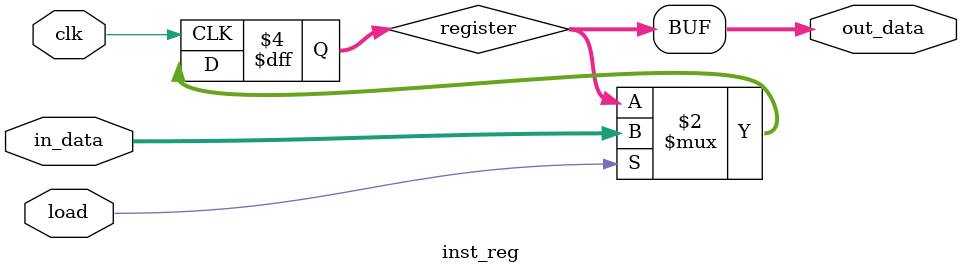
<source format=v>

module inst_reg (
  clk, // sinal de clock
  load, // sinal de carga
  in_data, // entrada de dados
  out_data // saída de dados
);
  parameter BITS = 32; // número de bits do registrador

  input clk, load;
  input [BITS-1:0] in_data;
  output [BITS-1:0] out_data;

   // número de bits do registrador

  reg [BITS-1:0] register; // registrador

  assign out_data = register; // saída dos dados registrados

  always @(posedge clk) begin
    if (load) // carga habilitada
      register <= in_data; // atualiza o valor do registrador
  end

endmodule

</source>
